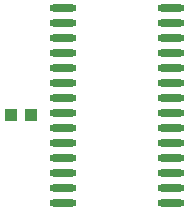
<source format=gbp>
%FSDAX23Y23*%
%MOIN*%
%SFA1B1*%

%IPPOS*%
%ADD11R,0.043300X0.039400*%
%ADD25O,0.090600X0.023600*%
%LNsensor_pcb-1*%
%LPD*%
G54D11*
X02783Y03070D03*
X02716D03*
G54D25*
X02890Y02775D03*
Y02825D03*
Y02875D03*
Y02925D03*
Y02975D03*
Y03025D03*
Y03075D03*
Y03125D03*
Y03175D03*
Y03225D03*
Y03275D03*
Y03325D03*
Y03375D03*
Y03425D03*
X03249Y02775D03*
Y02825D03*
Y02875D03*
Y02925D03*
Y02975D03*
Y03025D03*
Y03075D03*
Y03125D03*
Y03175D03*
Y03225D03*
Y03275D03*
Y03325D03*
Y03375D03*
Y03425D03*
M02*
</source>
